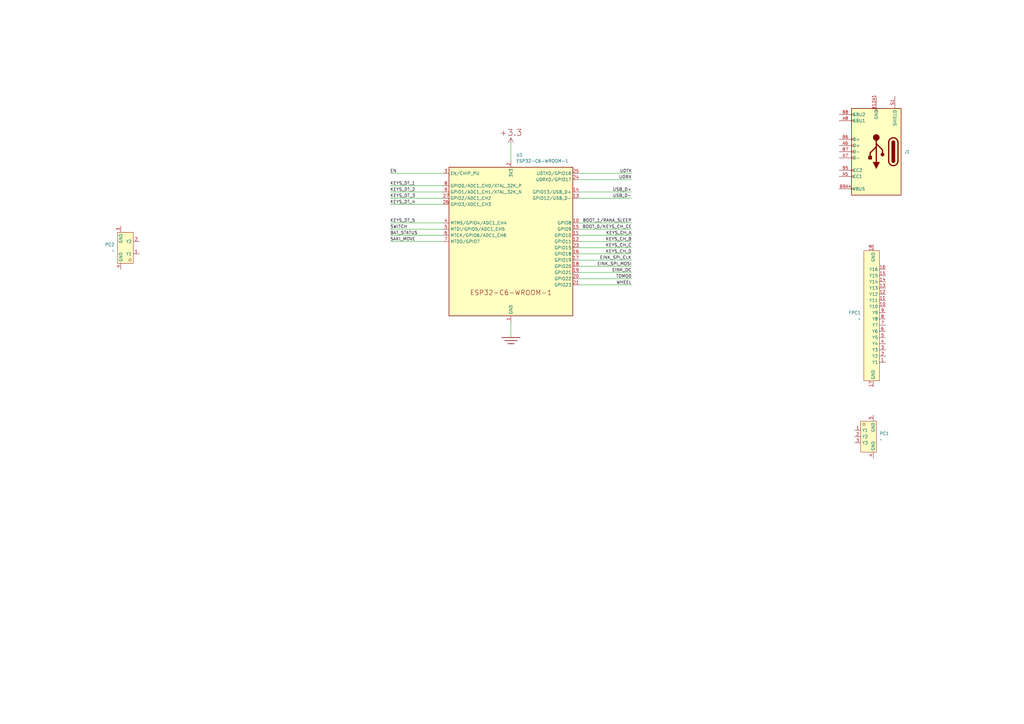
<source format=kicad_sch>
(kicad_sch (version 20250114) (generator "eeschema") (generator_version "9.0")
  (paper "A3")
  (title_block (title "Keys Dock Controller") (date "2025-10-31") (rev "0.2.1") (company "keys.woooo.tech"))
  (lib_symbols
    (symbol "PCM_Generic:P,+3.3" (power) (pin_numbers (hide yes)) (pin_names (offset 1.27) (hide yes))
      (symbol "P,+3.3_1_1"
        (polyline (pts (xy -1.0668 0) (xy 0 1.8288) (xy 1.0668 0)))
        (polyline (pts (xy 0 0) (xy 0 1.8288)))
        (text "+3.3" (at 0 2.54 0) (effects (font (size 2.54 2.54)) (justify bottom)))
        (pin power_in line (at 0 0 0) (length 0) (hide yes) (name "+3.3") (number "0"))
      )
    )
    (symbol "PCM_Generic:P,E" (power) (pin_numbers (hide yes)) (pin_names (offset 3.81))
      (symbol "P,E_1_1"
        (polyline (pts (xy -3.81 0) (xy 3.81 0)) (stroke (width 0.254)))
        (polyline (pts (xy -2.54 -1.27) (xy 2.54 -1.27)) (stroke (width 0.254)))
        (polyline (pts (xy -1.27 -2.54) (xy 1.27 -2.54)) (stroke (width 0.254)))
        (pin power_in line (at 0 0 0) (length 0) (hide yes) (name "E") (number "0"))
      )
    )
    (symbol "components:Connector, USB-TYPE-C-16P"
      (property "Reference" "J" (at 2.54 2.54 0))
      (symbol "Connector, USB-TYPE-C-16P_0_0"
        (rectangle (start -0.254 -17.78) (end 0.254 -16.764))
        (rectangle (start 10.16 15.494) (end 9.144 14.986))
        (rectangle (start 10.16 10.414) (end 9.144 9.906))
        (rectangle (start 10.16 7.874) (end 9.144 7.366))
        (rectangle (start 10.16 2.794) (end 9.144 2.286))
        (rectangle (start 10.16 0.254) (end 9.144 -0.254))
        (rectangle (start 10.16 -2.286) (end 9.144 -2.794))
        (rectangle (start 10.16 -4.826) (end 9.144 -5.334))
        (rectangle (start 10.16 -12.446) (end 9.144 -12.954))
        (rectangle (start 10.16 -14.986) (end 9.144 -15.494))
      )
      (symbol "Connector, USB-TYPE-C-16P_0_1"
        (rectangle (start -10.16 17.78) (end 10.16 -17.78) (stroke (width 0.254)) (fill (type background)))
        (polyline (pts (xy -8.89 -3.81) (xy -8.89 3.81)) (stroke (width 0.508)))
        (rectangle (start -7.62 -3.81) (end -6.35 3.81) (stroke (width 0.254)) (fill (type outline)))
        (arc (start -7.62 3.81) (mid -6.985 4.4423) (end -6.35 3.81) (stroke (width 0.254)))
        (arc (start -7.62 3.81) (mid -6.985 4.4423) (end -6.35 3.81) (stroke (width 0.254)) (fill (type outline)))
        (arc (start -8.89 3.81) (mid -6.985 5.7067) (end -5.08 3.81) (stroke (width 0.508)))
        (arc (start -5.08 -3.81) (mid -6.985 -5.7067) (end -8.89 -3.81) (stroke (width 0.508)))
        (arc (start -6.35 -3.81) (mid -6.985 -4.4423) (end -7.62 -3.81) (stroke (width 0.254)))
        (arc (start -6.35 -3.81) (mid -6.985 -4.4423) (end -7.62 -3.81) (stroke (width 0.254)) (fill (type outline)))
        (polyline (pts (xy -5.08 3.81) (xy -5.08 -3.81)) (stroke (width 0.508)))
        (circle (center -2.54 1.143) (radius 0.635) (stroke (width 0.254)) (fill (type outline)))
        (polyline (pts (xy -1.27 4.318) (xy 0 6.858) (xy 1.27 4.318) (xy -1.27 4.318)) (stroke (width 0.254)) (fill (type outline)))
        (polyline (pts (xy 0 -2.032) (xy 2.54 0.508) (xy 2.54 1.778)) (stroke (width 0.508)))
        (polyline (pts (xy 0 -3.302) (xy -2.54 -0.762) (xy -2.54 0.508)) (stroke (width 0.508)))
        (polyline (pts (xy 0 -5.842) (xy 0 4.318)) (stroke (width 0.508)))
        (circle (center 0 -5.842) (radius 1.27) (fill (type outline)))
        (rectangle (start 1.905 1.778) (end 3.175 3.048) (stroke (width 0.254)) (fill (type outline)))
      )
      (symbol "Connector, USB-TYPE-C-16P_1_1"
        (pin passive line (at -7.62 -22.86 90) (length 5.08) (name "SHIELD") (number "S1"))
        (pin passive line (at 0 -22.86 90) (length 5.08) (hide yes) (name "GND") (number "A12B1"))
        (pin passive line (at 0 -22.86 90) (length 5.08) (name "GND") (number "B12A1"))
        (pin passive line (at 15.24 15.24 180) (length 5.08) (hide yes) (name "VBUS") (number "A9B4"))
        (pin passive line (at 15.24 15.24 180) (length 5.08) (name "VBUS") (number "B9A4"))
        (pin bidirectional line (at 15.24 10.16 180) (length 5.08) (name "CC1") (number "A5"))
        (pin bidirectional line (at 15.24 7.62 180) (length 5.08) (name "CC2") (number "B5"))
        (pin bidirectional line (at 15.24 2.54 180) (length 5.08) (name "D-") (number "A7"))
        (pin bidirectional line (at 15.24 0 180) (length 5.08) (name "D-") (number "B7"))
        (pin bidirectional line (at 15.24 -2.54 180) (length 5.08) (name "D+") (number "A6"))
        (pin bidirectional line (at 15.24 -5.08 180) (length 5.08) (name "D+") (number "B6"))
        (pin bidirectional line (at 15.24 -12.7 180) (length 5.08) (name "SBU1") (number "A8"))
        (pin bidirectional line (at 15.24 -15.24 180) (length 5.08) (name "SBU2") (number "B8"))
      )
    )
    (symbol "components:ESP32-C6-WROOM-1"
      (property "Reference" "U" (at -25.4 35.56 0))
      (property "Value" "ESP32-C6-WROOM-1" (at -25.4 33.02 0))
      (symbol "ESP32-C6-WROOM-1_0_0"
        (text "ESP32-C6-WROOM-1" (at 0 -20.955 0) (effects (font (size 2 2))))
      )
      (symbol "ESP32-C6-WROOM-1_0_1"
        (rectangle (start -25.4 30.48) (end 25.4 -30.48) (stroke (width 0.254)) (fill (type background)))
      )
      (symbol "ESP32-C6-WROOM-1_1_1"
        (pin input line (at -27.94 27.94 0) (length 2.54) (name "EN/CHIP_PU") (number "3"))
        (pin bidirectional line (at -27.94 22.86 0) (length 2.54) (name "GPIO0/ADC1_CH0/XTAL_32K_P") (number "8"))
        (pin bidirectional line (at -27.94 20.32 0) (length 2.54) (name "GPIO1/ADC1_CH1/XTAL_32K_N") (number "9"))
        (pin bidirectional line (at -27.94 17.78 0) (length 2.54) (name "GPIO2/ADC1_CH2") (number "27"))
        (pin bidirectional line (at -27.94 15.24 0) (length 2.54) (name "GPIO3/ADC1_CH3") (number "26"))
        (pin bidirectional line (at -27.94 7.62 0) (length 2.54) (name "MTMS/GPIO4/ADC1_CH4") (number "4"))
        (pin bidirectional line (at -27.94 5.08 0) (length 2.54) (name "MTDI/GPIO5/ADC1_CH5") (number "5"))
        (pin bidirectional line (at -27.94 2.54 0) (length 2.54) (name "MTCK/GPIO6/ADC1_CH6") (number "6"))
        (pin bidirectional line (at -27.94 0 0) (length 2.54) (name "MTDO/GPIO7") (number "7"))
        (pin no_connect line (at -25.4 -12.7 0) (length 2.54) (hide yes) (name "NC") (number "22"))
        (pin power_in line (at 0 33.02 270) (length 2.54) (name "3V3") (number "2"))
        (pin power_in line (at 0 -33.02 90) (length 2.54) (name "GND") (number "1"))
        (pin passive line (at 0 -33.02 90) (length 2.54) (hide yes) (name "GND") (number "28"))
        (pin passive line (at 0 -33.02 90) (length 2.54) (hide yes) (name "GND") (number "29"))
        (pin bidirectional line (at 27.94 27.94 180) (length 2.54) (name "U0TXD/GPIO16") (number "25"))
        (pin bidirectional line (at 27.94 25.4 180) (length 2.54) (name "U0RXD/GPIO17") (number "24"))
        (pin bidirectional line (at 27.94 20.32 180) (length 2.54) (name "GPIO13/USB_D+") (number "14"))
        (pin bidirectional line (at 27.94 17.78 180) (length 2.54) (name "GPIO12/USB_D-") (number "13"))
        (pin bidirectional line (at 27.94 7.62 180) (length 2.54) (name "GPIO8") (number "10"))
        (pin bidirectional line (at 27.94 5.08 180) (length 2.54) (name "GPIO9") (number "15"))
        (pin bidirectional line (at 27.94 2.54 180) (length 2.54) (name "GPIO10") (number "11"))
        (pin bidirectional line (at 27.94 0 180) (length 2.54) (name "GPIO11") (number "12"))
        (pin bidirectional line (at 27.94 -2.54 180) (length 2.54) (name "GPIO15") (number "23"))
        (pin bidirectional line (at 27.94 -5.08 180) (length 2.54) (name "GPIO18") (number "16"))
        (pin bidirectional line (at 27.94 -7.62 180) (length 2.54) (name "GPIO19") (number "17"))
        (pin bidirectional line (at 27.94 -10.16 180) (length 2.54) (name "GPIO20") (number "18"))
        (pin bidirectional line (at 27.94 -12.7 180) (length 2.54) (name "GPIO21") (number "19"))
        (pin bidirectional line (at 27.94 -15.24 180) (length 2.54) (name "GPIO22") (number "20"))
        (pin bidirectional line (at 27.94 -17.78 180) (length 2.54) (name "GPIO23") (number "21"))
      )
    )
    (symbol "components:FPC-SMD_AFC01-S16FCA"
      (property "Reference" "FPC" (at 0 1.016 0))
      (symbol "FPC-SMD_AFC01-S16FCA_1_1"
        (rectangle (start -26.67 2.54) (end 26.67 -3.81) (fill (type background)))
        (pin power_in line (at -29.21 -1.27 0) (length 2.54) (name "GND") (number "17"))
        (pin free line (at -19.05 -6.35 90) (length 2.54) (name "Y1") (number "1"))
        (pin free line (at -16.51 -6.35 90) (length 2.54) (name "Y2") (number "2"))
        (pin free line (at -13.97 -6.35 90) (length 2.54) (name "Y3") (number "3"))
        (pin free line (at -11.43 -6.35 90) (length 2.54) (name "Y4") (number "4"))
        (pin free line (at -8.89 -6.35 90) (length 2.54) (name "Y5") (number "5"))
        (pin free line (at -6.35 -6.35 90) (length 2.54) (name "Y6") (number "6"))
        (pin free line (at -3.81 -6.35 90) (length 2.54) (name "Y7") (number "7"))
        (pin free line (at -1.27 -6.35 90) (length 2.54) (name "Y8") (number "8"))
        (pin free line (at 1.27 -6.35 90) (length 2.54) (name "Y9") (number "9"))
        (pin free line (at 3.81 -6.35 90) (length 2.54) (name "Y10") (number "10"))
        (pin free line (at 6.35 -6.35 90) (length 2.54) (name "Y11") (number "11"))
        (pin free line (at 8.89 -6.35 90) (length 2.54) (name "Y12") (number "12"))
        (pin free line (at 11.43 -6.35 90) (length 2.54) (name "Y13") (number "13"))
        (pin free line (at 13.97 -6.35 90) (length 2.54) (name "Y14") (number "14"))
        (pin free line (at 16.51 -6.35 90) (length 2.54) (name "Y15") (number "15"))
        (pin free line (at 19.05 -6.35 90) (length 2.54) (name "Y16") (number "16"))
        (pin power_in line (at 29.21 -1.27 180) (length 2.54) (name "GND") (number "18"))
      )
    )
    (symbol "components:ZX-ZH1.5-2PWT"
      (property "Reference" "PC" (at 0 0 0))
      (symbol "ZX-ZH1.5-2PWT_0_1"
        (circle (center -5.08 -2.54) (radius 0.4903))
      )
      (symbol "ZX-ZH1.5-2PWT_1_1"
        (rectangle (start -6.35 2.54) (end 6.35 -3.81) (fill (type background)))
        (pin power_in line (at -8.89 1.27 0) (length 2.54) (name "GND") (number "4"))
        (pin free line (at -2.54 -6.35 90) (length 2.54) (name "Y1") (number "1"))
        (pin free line (at 2.54 -6.35 90) (length 2.54) (name "Y2") (number "2"))
        (pin power_in line (at 8.89 1.27 180) (length 2.54) (name "GND") (number "3"))
      )
    )
    (symbol "components:ZX-ZH1.5-3PWT"
      (property "Reference" "PC" (at 0 0 0))
      (symbol "ZX-ZH1.5-3PWT_0_1"
        (circle (center -5.08 -2.54) (radius 0.4903))
      )
      (symbol "ZX-ZH1.5-3PWT_1_1"
        (rectangle (start -6.35 2.54) (end 6.35 -3.81) (fill (type background)))
        (pin power_in line (at -8.89 1.27 0) (length 2.54) (name "GND") (number "5"))
        (pin free line (at -2.54 -6.35 90) (length 2.54) (name "Y1") (number "1"))
        (pin free line (at 0 -6.35 90) (length 2.54) (name "Y2") (number "2"))
        (pin free line (at 2.54 -6.35 90) (length 2.54) (name "Y3") (number "3"))
        (pin power_in line (at 8.89 1.27 180) (length 2.54) (name "GND") (number "4"))
      )
    )
  )
  (wire (pts (xy 160.02 81.28) (xy 181.61 81.28)))
  (wire (pts (xy 160.02 96.52) (xy 181.61 96.52)))
  (wire (pts (xy 160.02 99.06) (xy 181.61 99.06)))
  (wire (pts (xy 160.02 91.44) (xy 181.61 91.44)))
  (wire (pts (xy 160.02 76.2) (xy 181.61 76.2)))
  (wire (pts (xy 160.02 78.74) (xy 181.61 78.74)))
  (wire (pts (xy 237.49 81.28) (xy 259.08 81.28)))
  (wire (pts (xy 237.49 116.84) (xy 259.08 116.84)))
  (wire (pts (xy 160.02 93.98) (xy 181.61 93.98)))
  (wire (pts (xy 237.49 101.6) (xy 259.08 101.6)))
  (wire (pts (xy 237.49 111.76) (xy 259.08 111.76)))
  (wire (pts (xy 160.02 71.12) (xy 181.61 71.12)))
  (wire (pts (xy 160.02 83.82) (xy 181.61 83.82)))
  (wire (pts (xy 237.49 73.66) (xy 259.08 73.66)))
  (wire (pts (xy 237.49 114.3) (xy 259.08 114.3)))
  (wire (pts (xy 237.49 91.44) (xy 259.08 91.44)))
  (wire (pts (xy 237.49 109.22) (xy 259.08 109.22)))
  (wire (pts (xy 237.49 93.98) (xy 259.08 93.98)))
  (wire (pts (xy 209.55 58.42) (xy 209.55 66.04)))
  (wire (pts (xy 237.49 78.74) (xy 259.08 78.74)))
  (wire (pts (xy 209.55 132.08) (xy 209.55 138.43)))
  (wire (pts (xy 237.49 104.14) (xy 259.08 104.14)))
  (wire (pts (xy 237.49 96.52) (xy 259.08 96.52)))
  (wire (pts (xy 237.49 71.12) (xy 259.08 71.12)))
  (wire (pts (xy 237.49 106.68) (xy 259.08 106.68)))
  (wire (pts (xy 237.49 99.06) (xy 259.08 99.06)))
  (label "KEYS_CH_D" (at 259.08 104.14 180))
  (label "BOOT_0{slash}KEYS_CH_CE" (at 259.08 93.98 180))
  (label "KEYS_DT_3" (at 160.02 81.28 0))
  (label "EINK_DC" (at 259.08 111.76 180))
  (label "BOOT_1{slash}RANA_SLEEP" (at 259.08 91.44 180))
  (label "WHEEL" (at 259.08 116.84 180))
  (label "SWITCH" (at 160.02 93.98 0))
  (label "KEYS_CH_A" (at 259.08 96.52 180))
  (label "EN" (at 160.02 71.12 0))
  (label "SAKI_MOVE" (at 160.02 99.06 0))
  (label "EINK_SPI_MOSI" (at 259.08 109.22 180))
  (label "KEYS_CH_C" (at 259.08 101.6 180))
  (label "KEYS_DT_5" (at 160.02 91.44 0))
  (label "U0TX" (at 259.08 71.12 180))
  (label "EINK_SPI_CLK" (at 259.08 106.68 180))
  (label "KEYS_DT_4" (at 160.02 83.82 0))
  (label "BAT_STATUS" (at 160.02 96.52 0))
  (label "USB_D+" (at 259.08 78.74 180))
  (label "KEYS_CH_B" (at 259.08 99.06 180))
  (label "KEYS_DT_2" (at 160.02 78.74 0))
  (label "TOMO0" (at 259.08 114.3 180))
  (label "U0RX" (at 259.08 73.66 180))
  (label "USB_D-" (at 259.08 81.28 180))
  (label "KEYS_DT_1" (at 160.02 76.2 0))
  (symbol (lib_id "components:Connector, USB-TYPE-C-16P") (at 359.41 62.23 180) (unit 1)
    (property "Reference" "J1" (at 370.84 62.2299 0) (effects (justify right)))
    (property "Value" "Connector, USB-TYPE-C-16P" (effects (hide yes)))
    (property "Footprint" "KeysDock:TYPE-C-SMD_HX-TYPE-C-16PIN" (effects (hide yes)))
    (property "Datasheet" "kicad-embed://type-c-hx-16pin-2md.pdf" (effects (hide yes)))
    (property "Description" "3A 1 Horizontal attachment 16P Female -25℃~+85℃ Type-C SMD USB Connectors ROHS" (effects (hide yes)))
    (property "LCSC" "C2927039" (effects (hide yes)))
  )
  (symbol (lib_id "components:ZX-ZH1.5-2PWT") (at 50.8 101.6 90) (unit 1)
    (property "Reference" "PC2" (at 46.99 100.3299 90) (effects (justify left)))
    (property "Value" "~" (at 46.99 102.8699 90) (effects (justify left)))
    (property "Footprint" "KeysDock:ZX-ZH1.5-2PWT" (effects (hide yes)))
  )
  (symbol (lib_id "PCM_Generic:P,+3.3") (at 209.55 58.42 0) (unit 1)
    (property "Reference" "#PWR01" (effects (hide yes)))
    (property "Value" "P,+3.3" (effects (hide yes)))
    (property "Description" "+3.3 positive potential/voltage (global DC power supply node)" (effects (hide yes)))
  )
  (symbol (lib_id "components:FPC-SMD_AFC01-S16FCA") (at 356.87 129.54 90) (unit 1)
    (property "Reference" "FPC1" (at 353.06 128.2699 90) (effects (justify left)))
    (property "Value" "~" (at 353.06 130.8099 90) (effects (justify left)))
    (property "Footprint" "KeysDock:AFC01-S16FCA-00" (effects (hide yes)))
  )
  (symbol (lib_id "PCM_Generic:P,E") (at 209.55 138.43 0) (unit 1)
    (property "Reference" "#PWR02" (effects (hide yes)))
    (property "Value" "P,E" (effects (hide yes)))
    (property "Description" "earth/ground/earthing/grounding (E)" (effects (hide yes)))
  )
  (symbol (lib_id "components:ZX-ZH1.5-3PWT") (at 356.87 179.07 270) (unit 1)
    (property "Reference" "PC1" (at 360.68 177.7999 90) (effects (justify left)))
    (property "Value" "~" (at 360.68 180.3399 90) (effects (justify left)))
    (property "Footprint" "KeysDock:ZX-ZH1.5-3PWT" (effects (hide yes)))
  )
  (symbol (lib_id "components:ESP32-C6-WROOM-1") (at 209.55 99.06 0) (unit 1)
    (property "Reference" "U1" (at 211.6933 63.5 0) (effects (justify left)))
    (property "Value" "ESP32-C6-WROOM-1" (at 211.6933 66.04 0) (effects (justify left)))
    (property "Footprint" "PCM_Espressif:ESP32-C6-WROOM-1" (effects (hide yes)))
    (property "Datasheet" "https://www.espressif.com/sites/default/files/documentation/esp32-c6-wroom-1_wroom-1u_datasheet_en.pdf" (effects (hide yes)))
    (property "Description" "ESP32-C6-WROOM-1/U is a module that supports 2.4 GHz Wi-Fi 6 (802.11 ax), Bluetooth® 5 (LE), Zigbee and Thread (802.15.4)" (effects (hide yes)))
  )
)
</source>
